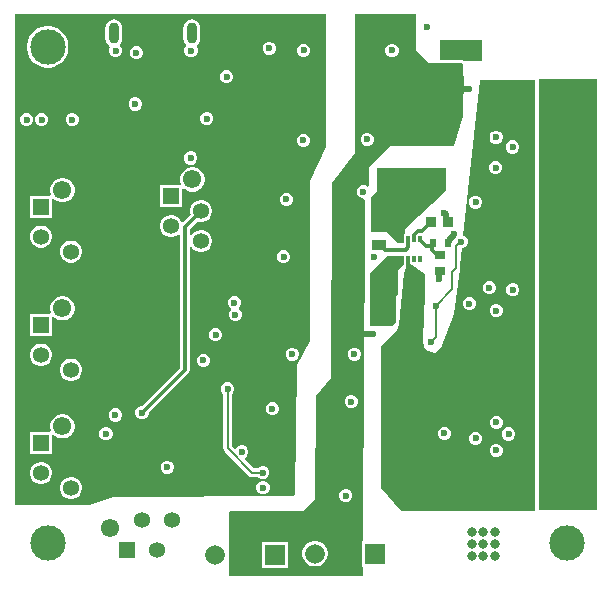
<source format=gbr>
%TF.GenerationSoftware,Altium Limited,Altium Designer,22.10.1 (41)*%
G04 Layer_Physical_Order=4*
G04 Layer_Color=16711680*
%FSLAX45Y45*%
%MOMM*%
%TF.SameCoordinates,7B7B0447-9336-45C8-9B88-AABF40CF29D0*%
%TF.FilePolarity,Positive*%
%TF.FileFunction,Copper,L4,Bot,Signal*%
%TF.Part,Single*%
G01*
G75*
%TA.AperFunction,SMDPad,CuDef*%
%ADD11R,0.95620X1.20620*%
%ADD12R,1.20620X0.95620*%
%TA.AperFunction,Conductor*%
%ADD38C,0.30000*%
%ADD39C,0.50000*%
%ADD40C,0.20000*%
%TA.AperFunction,ComponentPad*%
%ADD42R,1.35800X1.35800*%
%ADD43C,1.35800*%
%ADD44C,1.55000*%
%ADD45R,1.66500X1.66500*%
%ADD46C,1.66500*%
%ADD47R,1.35800X1.35800*%
%ADD48O,0.90000X1.80000*%
%TA.AperFunction,WasherPad*%
%ADD49C,3.00000*%
%TA.AperFunction,ViaPad*%
%ADD50C,0.60000*%
%ADD51C,0.80000*%
%ADD52C,0.50000*%
%ADD53C,1.00000*%
%TA.AperFunction,SMDPad,CuDef*%
%ADD54R,0.95814X0.91213*%
%ADD55R,0.95000X0.80000*%
%ADD56R,2.00000X1.65000*%
%ADD57R,5.60000X1.65000*%
%ADD58R,1.55395X1.70620*%
%ADD59R,0.30000X0.47500*%
%ADD60R,0.60000X0.80000*%
%ADD61R,1.40000X1.50000*%
%TA.AperFunction,Conductor*%
%ADD62C,0.90000*%
G36*
X7280000Y6980000D02*
X7126792D01*
X7125153Y6981095D01*
X7120953Y6983911D01*
X7120933Y6983915D01*
X7120916Y6983926D01*
X7115989Y6984906D01*
X7111046Y6985898D01*
X7111025Y6985894D01*
X7111005Y6985898D01*
X6920000D01*
Y7160000D01*
X7280000D01*
Y6980000D01*
D02*
G37*
G36*
X6720000Y7070000D02*
X6830000Y6960000D01*
X7111005D01*
X7119972Y6951006D01*
X7118590Y6511722D01*
X7040000Y6260000D01*
X6501532Y6258468D01*
X6329835Y6093998D01*
X6321532Y6078468D01*
X6320109Y5922013D01*
X6307361Y5916800D01*
X6304798Y5919364D01*
X6284436Y5927798D01*
X6262397D01*
X6242035Y5919364D01*
X6226451Y5903779D01*
X6218017Y5883417D01*
Y5861378D01*
X6226451Y5841016D01*
X6242035Y5825432D01*
X6262397Y5816998D01*
X6272936D01*
X6285570Y5804767D01*
X6276048Y4040491D01*
X6272355Y3356329D01*
X6271870Y3266409D01*
X6271342Y3168646D01*
X6269993Y2918650D01*
X6265350D01*
Y2701350D01*
X6265350D01*
X6268801Y2697880D01*
X6268383Y2620390D01*
X5140000D01*
Y3159657D01*
X5148989Y3168629D01*
X5761268Y3167458D01*
X5864668Y3266409D01*
X5870000Y4142986D01*
X6000000Y4300000D01*
X6010000Y5950000D01*
X6200000Y6200000D01*
Y7379609D01*
X6720000D01*
X6720000Y7070000D01*
D02*
G37*
G36*
X6976990Y6043870D02*
Y5882472D01*
X6630000Y5560617D01*
Y5519508D01*
X6614381D01*
Y5474337D01*
X6613590Y5470358D01*
Y5435371D01*
X6565145D01*
X6464949Y5535567D01*
X6334087D01*
Y5819724D01*
X6390000Y5875636D01*
Y6072781D01*
X6976990D01*
Y6043870D01*
D02*
G37*
G36*
X6614381Y5306737D02*
X6613590Y5302759D01*
Y5258913D01*
X6610439Y5250439D01*
X6570000Y5210000D01*
Y5010000D01*
X6550000Y4990000D01*
X6550033Y4772968D01*
X6550000Y4772935D01*
X6516968Y4739903D01*
X6332289Y4740000D01*
X6332289Y5188019D01*
X6474269Y5330000D01*
X6614381D01*
Y5306737D01*
D02*
G37*
G36*
X7729999Y3170000D02*
X6593420D01*
X6422806Y3365332D01*
X6423224Y3365750D01*
X6422806Y4015231D01*
X6423224Y4562883D01*
X6557432Y4701907D01*
X6578633Y4742178D01*
X6614999Y5188402D01*
X6639248Y5253608D01*
X6645181D01*
Y5331453D01*
X6664381D01*
Y5253608D01*
X6685104D01*
X6796594Y5175976D01*
X6794903Y5008498D01*
X6777620Y4621471D01*
X6790402Y4562883D01*
X6822527Y4525243D01*
X6877057Y4510007D01*
X6927578Y4546895D01*
X7036962Y4837039D01*
X7076515Y5089945D01*
X7089669Y5213288D01*
X7089942Y5213697D01*
X7092690Y5227509D01*
Y5241615D01*
X7109005Y5394600D01*
X7111020D01*
X7131381Y5403034D01*
X7146966Y5418619D01*
X7155400Y5438980D01*
Y5461020D01*
X7146966Y5481381D01*
X7131381Y5496966D01*
X7120406Y5501512D01*
X7261019Y6820040D01*
X7730000D01*
X7729999Y3170000D01*
D02*
G37*
G36*
X5959768Y6255212D02*
X5820000Y5960000D01*
Y4939070D01*
Y4610000D01*
X5710000Y4410000D01*
X5696204Y3314080D01*
X5676268Y3295231D01*
X4160000Y3290000D01*
X3950000Y3220000D01*
X3320391D01*
Y7379609D01*
X5959768D01*
Y6255212D01*
D02*
G37*
G36*
X8250000Y3180845D02*
X7760000D01*
Y6825000D01*
X8250000D01*
Y3180845D01*
D02*
G37*
%LPC*%
G36*
X6526936Y7125479D02*
X6504897D01*
X6484535Y7117045D01*
X6468950Y7101461D01*
X6460516Y7081099D01*
Y7059060D01*
X6468950Y7038698D01*
X6484535Y7023113D01*
X6504897Y7014679D01*
X6526936D01*
X6547298Y7023113D01*
X6562882Y7038698D01*
X6571316Y7059060D01*
Y7081099D01*
X6562882Y7101461D01*
X6547298Y7117045D01*
X6526936Y7125479D01*
D02*
G37*
G36*
X6315888Y6371937D02*
X6293848D01*
X6273486Y6363503D01*
X6257902Y6347918D01*
X6249468Y6327557D01*
Y6305517D01*
X6257902Y6285156D01*
X6273486Y6269571D01*
X6293848Y6261137D01*
X6315888D01*
X6336249Y6269571D01*
X6351834Y6285156D01*
X6360268Y6305517D01*
Y6327557D01*
X6351834Y6347918D01*
X6336249Y6363503D01*
X6315888Y6371937D01*
D02*
G37*
G36*
X6207800Y4553975D02*
X6185760D01*
X6165399Y4545541D01*
X6149814Y4529956D01*
X6141380Y4509594D01*
Y4487555D01*
X6149814Y4467193D01*
X6165399Y4451609D01*
X6185760Y4443175D01*
X6207800D01*
X6228162Y4451609D01*
X6243746Y4467193D01*
X6252180Y4487555D01*
Y4509594D01*
X6243746Y4529956D01*
X6228162Y4545541D01*
X6207800Y4553975D01*
D02*
G37*
G36*
X6180613Y4151291D02*
X6158574D01*
X6138212Y4142857D01*
X6122628Y4127272D01*
X6114194Y4106911D01*
Y4084871D01*
X6122628Y4064509D01*
X6138212Y4048925D01*
X6158574Y4040491D01*
X6180613D01*
X6200975Y4048925D01*
X6216559Y4064509D01*
X6224993Y4084871D01*
Y4106911D01*
X6216559Y4127272D01*
X6200975Y4142857D01*
X6180613Y4151291D01*
D02*
G37*
G36*
X6136684Y3356329D02*
X6114645D01*
X6094283Y3347895D01*
X6078699Y3332311D01*
X6070265Y3311949D01*
Y3289909D01*
X6078699Y3269548D01*
X6094283Y3253963D01*
X6114645Y3245529D01*
X6136684D01*
X6157046Y3253963D01*
X6172631Y3269548D01*
X6181065Y3289909D01*
Y3311949D01*
X6172631Y3332311D01*
X6157046Y3347895D01*
X6136684Y3356329D01*
D02*
G37*
G36*
X5880304Y2918650D02*
X5851696D01*
X5824063Y2911246D01*
X5799287Y2896942D01*
X5779058Y2876713D01*
X5764754Y2851937D01*
X5757350Y2824304D01*
Y2795696D01*
X5764754Y2768063D01*
X5779058Y2743287D01*
X5799287Y2723058D01*
X5824063Y2708754D01*
X5851696Y2701350D01*
X5880304D01*
X5907937Y2708754D01*
X5932713Y2723058D01*
X5952942Y2743287D01*
X5967246Y2768063D01*
X5974650Y2795696D01*
Y2824304D01*
X5967246Y2851937D01*
X5952942Y2876713D01*
X5932713Y2896942D01*
X5907937Y2911246D01*
X5880304Y2918650D01*
D02*
G37*
G36*
X5632650Y2908650D02*
X5415350D01*
Y2691350D01*
X5632650D01*
Y2908650D01*
D02*
G37*
G36*
X7407958Y6390505D02*
X7385919D01*
X7365557Y6382071D01*
X7349973Y6366486D01*
X7341539Y6346125D01*
Y6324085D01*
X7349973Y6303723D01*
X7365557Y6288139D01*
X7385919Y6279705D01*
X7407958D01*
X7428320Y6288139D01*
X7443904Y6303723D01*
X7452338Y6324085D01*
Y6346125D01*
X7443904Y6366486D01*
X7428320Y6382071D01*
X7407958Y6390505D01*
D02*
G37*
G36*
X7548096Y6307157D02*
X7526056D01*
X7505695Y6298723D01*
X7490110Y6283139D01*
X7481676Y6262777D01*
Y6240738D01*
X7490110Y6220376D01*
X7505695Y6204792D01*
X7526056Y6196357D01*
X7548096D01*
X7568458Y6204792D01*
X7584042Y6220376D01*
X7592476Y6240738D01*
Y6262777D01*
X7584042Y6283139D01*
X7568458Y6298723D01*
X7548096Y6307157D01*
D02*
G37*
G36*
X7403780Y6132743D02*
X7381741D01*
X7361379Y6124309D01*
X7345795Y6108725D01*
X7337360Y6088363D01*
Y6066323D01*
X7345795Y6045962D01*
X7361379Y6030377D01*
X7381741Y6021943D01*
X7403780D01*
X7424142Y6030377D01*
X7439726Y6045962D01*
X7448160Y6066323D01*
Y6088363D01*
X7439726Y6108725D01*
X7424142Y6124309D01*
X7403780Y6132743D01*
D02*
G37*
G36*
X7235927Y5840408D02*
X7213888D01*
X7193526Y5831974D01*
X7177941Y5816389D01*
X7169507Y5796028D01*
Y5773988D01*
X7177941Y5753627D01*
X7193526Y5738042D01*
X7213888Y5729608D01*
X7235927D01*
X7256289Y5738042D01*
X7271873Y5753627D01*
X7280307Y5773988D01*
Y5796028D01*
X7271873Y5816389D01*
X7256289Y5831974D01*
X7235927Y5840408D01*
D02*
G37*
G36*
X7351786Y5114513D02*
X7329747D01*
X7309385Y5106079D01*
X7293800Y5090495D01*
X7285366Y5070133D01*
Y5048093D01*
X7293800Y5027732D01*
X7309385Y5012147D01*
X7329747Y5003713D01*
X7351786D01*
X7372148Y5012147D01*
X7387732Y5027732D01*
X7396166Y5048093D01*
Y5070133D01*
X7387732Y5090495D01*
X7372148Y5106079D01*
X7351786Y5114513D01*
D02*
G37*
G36*
X7550421Y5097442D02*
X7528381D01*
X7508020Y5089008D01*
X7492435Y5073423D01*
X7484001Y5053062D01*
Y5031022D01*
X7492435Y5010660D01*
X7508020Y4995076D01*
X7528381Y4986642D01*
X7550421D01*
X7570783Y4995076D01*
X7586367Y5010660D01*
X7594801Y5031022D01*
Y5053062D01*
X7586367Y5073423D01*
X7570783Y5089008D01*
X7550421Y5097442D01*
D02*
G37*
G36*
X7183168Y4980831D02*
X7161128D01*
X7140767Y4972397D01*
X7125182Y4956812D01*
X7116748Y4936451D01*
Y4914411D01*
X7125182Y4894049D01*
X7140767Y4878465D01*
X7161128Y4870031D01*
X7183168D01*
X7203530Y4878465D01*
X7219114Y4894049D01*
X7227548Y4914411D01*
Y4936451D01*
X7219114Y4956812D01*
X7203530Y4972397D01*
X7183168Y4980831D01*
D02*
G37*
G36*
X7408064Y4922523D02*
X7386025D01*
X7365663Y4914089D01*
X7350079Y4898505D01*
X7341644Y4878143D01*
Y4856103D01*
X7350079Y4835742D01*
X7365663Y4820157D01*
X7386025Y4811723D01*
X7408064D01*
X7428426Y4820157D01*
X7444010Y4835742D01*
X7452444Y4856103D01*
Y4878143D01*
X7444010Y4898505D01*
X7428426Y4914089D01*
X7408064Y4922523D01*
D02*
G37*
G36*
X7409865Y3975290D02*
X7387825D01*
X7367463Y3966856D01*
X7351879Y3951272D01*
X7343445Y3930910D01*
Y3908871D01*
X7351879Y3888509D01*
X7367463Y3872925D01*
X7387825Y3864491D01*
X7409865D01*
X7430226Y3872925D01*
X7445811Y3888509D01*
X7454245Y3908871D01*
Y3930910D01*
X7445811Y3951272D01*
X7430226Y3966856D01*
X7409865Y3975290D01*
D02*
G37*
G36*
X6970421Y3882626D02*
X6948382D01*
X6928020Y3874192D01*
X6912436Y3858607D01*
X6904002Y3838246D01*
Y3816206D01*
X6912436Y3795844D01*
X6928020Y3780260D01*
X6948382Y3771826D01*
X6970421D01*
X6990783Y3780260D01*
X7006367Y3795844D01*
X7014802Y3816206D01*
Y3838246D01*
X7006367Y3858607D01*
X6990783Y3874192D01*
X6970421Y3882626D01*
D02*
G37*
G36*
X7514332Y3877490D02*
X7492293D01*
X7471931Y3869056D01*
X7456347Y3853472D01*
X7447912Y3833110D01*
Y3811071D01*
X7456347Y3790709D01*
X7471931Y3775125D01*
X7492293Y3766690D01*
X7514332D01*
X7534694Y3775125D01*
X7550278Y3790709D01*
X7558712Y3811071D01*
Y3833110D01*
X7550278Y3853472D01*
X7534694Y3869056D01*
X7514332Y3877490D01*
D02*
G37*
G36*
X7234504Y3839704D02*
X7212465D01*
X7192103Y3831270D01*
X7176519Y3815685D01*
X7168085Y3795324D01*
Y3773284D01*
X7176519Y3752922D01*
X7192103Y3737338D01*
X7212465Y3728904D01*
X7234504D01*
X7254866Y3737338D01*
X7270451Y3752922D01*
X7278885Y3773284D01*
Y3795324D01*
X7270451Y3815685D01*
X7254866Y3831270D01*
X7234504Y3839704D01*
D02*
G37*
G36*
X7409189Y3738178D02*
X7387150D01*
X7366788Y3729744D01*
X7351204Y3714160D01*
X7342770Y3693798D01*
Y3671758D01*
X7351204Y3651397D01*
X7366788Y3635812D01*
X7387150Y3627378D01*
X7409189D01*
X7429551Y3635812D01*
X7445135Y3651397D01*
X7453570Y3671758D01*
Y3693798D01*
X7445135Y3714160D01*
X7429551Y3729744D01*
X7409189Y3738178D01*
D02*
G37*
G36*
X5487212Y7143951D02*
X5465172D01*
X5444811Y7135517D01*
X5429226Y7119932D01*
X5420792Y7099571D01*
Y7077531D01*
X5429226Y7057169D01*
X5444811Y7041585D01*
X5465172Y7033151D01*
X5487212D01*
X5507574Y7041585D01*
X5523158Y7057169D01*
X5531592Y7077531D01*
Y7099571D01*
X5523158Y7119932D01*
X5507574Y7135517D01*
X5487212Y7143951D01*
D02*
G37*
G36*
X5777928Y7125343D02*
X5755888D01*
X5735527Y7116909D01*
X5719942Y7101324D01*
X5711508Y7080962D01*
Y7058923D01*
X5719942Y7038561D01*
X5735527Y7022977D01*
X5755888Y7014543D01*
X5777928D01*
X5798289Y7022977D01*
X5813874Y7038561D01*
X5822308Y7058923D01*
Y7080962D01*
X5813874Y7101324D01*
X5798289Y7116909D01*
X5777928Y7125343D01*
D02*
G37*
G36*
X4819625Y7332467D02*
X4801246Y7330048D01*
X4784121Y7322954D01*
X4769415Y7311670D01*
X4758130Y7296964D01*
X4751037Y7279838D01*
X4748617Y7261460D01*
Y7171460D01*
X4751037Y7153082D01*
X4758130Y7135956D01*
X4769415Y7121250D01*
X4772547Y7118847D01*
X4773378Y7106173D01*
X4767462Y7100257D01*
X4759028Y7079896D01*
Y7057856D01*
X4767462Y7037494D01*
X4783046Y7021910D01*
X4803408Y7013476D01*
X4825448D01*
X4845809Y7021910D01*
X4861394Y7037494D01*
X4869828Y7057856D01*
Y7079896D01*
X4861394Y7100257D01*
X4863343Y7116269D01*
X4869835Y7121250D01*
X4881119Y7135956D01*
X4888212Y7153082D01*
X4890632Y7171460D01*
Y7261460D01*
X4888212Y7279838D01*
X4881119Y7296964D01*
X4869835Y7311670D01*
X4855128Y7322954D01*
X4838003Y7330048D01*
X4819625Y7332467D01*
D02*
G37*
G36*
X4159626D02*
X4141248Y7330048D01*
X4124122Y7322954D01*
X4109416Y7311670D01*
X4098132Y7296964D01*
X4091038Y7279838D01*
X4088618Y7261460D01*
Y7171460D01*
X4091038Y7153082D01*
X4098132Y7135956D01*
X4109416Y7121250D01*
X4122349Y7111326D01*
X4129241Y7100257D01*
X4120807Y7079896D01*
Y7057856D01*
X4129241Y7037494D01*
X4144826Y7021910D01*
X4165187Y7013476D01*
X4187227D01*
X4207588Y7021910D01*
X4223173Y7037494D01*
X4231607Y7057856D01*
Y7079896D01*
X4223173Y7100257D01*
X4214562Y7108868D01*
X4210199Y7120300D01*
X4213716Y7126307D01*
X4221120Y7135956D01*
X4228214Y7153082D01*
X4230633Y7171460D01*
Y7261460D01*
X4228214Y7279838D01*
X4221120Y7296964D01*
X4209836Y7311670D01*
X4195130Y7322954D01*
X4178004Y7330048D01*
X4159626Y7332467D01*
D02*
G37*
G36*
X4363676Y7103748D02*
X4341636D01*
X4321274Y7095313D01*
X4305690Y7079729D01*
X4297256Y7059367D01*
Y7037328D01*
X4305690Y7016966D01*
X4321274Y7001382D01*
X4341636Y6992948D01*
X4363676D01*
X4384037Y7001382D01*
X4399622Y7016966D01*
X4408056Y7037328D01*
Y7059367D01*
X4399622Y7079729D01*
X4384037Y7095313D01*
X4363676Y7103748D01*
D02*
G37*
G36*
X3617273Y7275401D02*
X3582723D01*
X3548836Y7268660D01*
X3516915Y7255438D01*
X3488187Y7236243D01*
X3463756Y7211812D01*
X3444561Y7183084D01*
X3431339Y7151163D01*
X3424598Y7117276D01*
Y7082726D01*
X3431339Y7048839D01*
X3444561Y7016918D01*
X3463756Y6988190D01*
X3488187Y6963759D01*
X3516915Y6944564D01*
X3548836Y6931342D01*
X3582723Y6924601D01*
X3617273D01*
X3651160Y6931342D01*
X3683081Y6944564D01*
X3711809Y6963759D01*
X3736240Y6988190D01*
X3755435Y7016918D01*
X3768657Y7048839D01*
X3775398Y7082726D01*
Y7117276D01*
X3768657Y7151163D01*
X3755435Y7183084D01*
X3736240Y7211812D01*
X3711809Y7236243D01*
X3683081Y7255438D01*
X3651160Y7268660D01*
X3617273Y7275401D01*
D02*
G37*
G36*
X5127742Y6901620D02*
X5105702D01*
X5085340Y6893186D01*
X5069756Y6877601D01*
X5061322Y6857240D01*
Y6835200D01*
X5069756Y6814839D01*
X5085340Y6799254D01*
X5105702Y6790820D01*
X5127742D01*
X5148103Y6799254D01*
X5163688Y6814839D01*
X5172122Y6835200D01*
Y6857240D01*
X5163688Y6877601D01*
X5148103Y6893186D01*
X5127742Y6901620D01*
D02*
G37*
G36*
X4351966Y6671531D02*
X4329927D01*
X4309565Y6663097D01*
X4293980Y6647512D01*
X4285546Y6627151D01*
Y6605111D01*
X4293980Y6584750D01*
X4309565Y6569165D01*
X4329927Y6560731D01*
X4351966D01*
X4372328Y6569165D01*
X4387912Y6584750D01*
X4396346Y6605111D01*
Y6627151D01*
X4387912Y6647512D01*
X4372328Y6663097D01*
X4351966Y6671531D01*
D02*
G37*
G36*
X4960092Y6547111D02*
X4938052D01*
X4917691Y6538677D01*
X4902106Y6523092D01*
X4893672Y6502730D01*
Y6480691D01*
X4902106Y6460329D01*
X4917691Y6444745D01*
X4938052Y6436311D01*
X4960092D01*
X4980454Y6444745D01*
X4996038Y6460329D01*
X5004472Y6480691D01*
Y6502730D01*
X4996038Y6523092D01*
X4980454Y6538677D01*
X4960092Y6547111D01*
D02*
G37*
G36*
X3819125Y6538846D02*
X3797085D01*
X3776724Y6530412D01*
X3761139Y6514828D01*
X3752705Y6494466D01*
Y6472427D01*
X3761139Y6452065D01*
X3776724Y6436481D01*
X3797085Y6428047D01*
X3819125D01*
X3839487Y6436481D01*
X3855071Y6452065D01*
X3863505Y6472427D01*
Y6494466D01*
X3855071Y6514828D01*
X3839487Y6530412D01*
X3819125Y6538846D01*
D02*
G37*
G36*
X3561869D02*
X3539829D01*
X3519467Y6530412D01*
X3503883Y6514828D01*
X3495449Y6494466D01*
Y6472427D01*
X3503883Y6452065D01*
X3519467Y6436481D01*
X3539829Y6428047D01*
X3561869D01*
X3582230Y6436481D01*
X3597815Y6452065D01*
X3606249Y6472427D01*
Y6494466D01*
X3597815Y6514828D01*
X3582230Y6530412D01*
X3561869Y6538846D01*
D02*
G37*
G36*
X3434752Y6538841D02*
X3412712D01*
X3392351Y6530407D01*
X3376766Y6514823D01*
X3368332Y6494461D01*
Y6472422D01*
X3376766Y6452060D01*
X3392351Y6436476D01*
X3412712Y6428042D01*
X3434752D01*
X3455113Y6436476D01*
X3470698Y6452060D01*
X3479132Y6472422D01*
Y6494461D01*
X3470698Y6514823D01*
X3455113Y6530407D01*
X3434752Y6538841D01*
D02*
G37*
G36*
X5777160Y6362928D02*
X5755121D01*
X5734759Y6354494D01*
X5719174Y6338909D01*
X5710740Y6318547D01*
Y6296508D01*
X5719174Y6276146D01*
X5734759Y6260562D01*
X5755121Y6252128D01*
X5777160D01*
X5797522Y6260562D01*
X5813106Y6276146D01*
X5821540Y6296508D01*
Y6318547D01*
X5813106Y6338909D01*
X5797522Y6354494D01*
X5777160Y6362928D01*
D02*
G37*
G36*
X4824069Y6214056D02*
X4802030D01*
X4781668Y6205622D01*
X4766084Y6190038D01*
X4757650Y6169676D01*
Y6147636D01*
X4766084Y6127275D01*
X4781668Y6111690D01*
X4802030Y6103256D01*
X4824069D01*
X4844431Y6111690D01*
X4860015Y6127275D01*
X4868449Y6147636D01*
Y6169676D01*
X4860015Y6190038D01*
X4844431Y6205622D01*
X4824069Y6214056D01*
D02*
G37*
G36*
X4839547Y6079900D02*
X4812453D01*
X4786282Y6072888D01*
X4762818Y6059340D01*
X4743660Y6040182D01*
X4730112Y6016718D01*
X4723100Y5990547D01*
Y5963453D01*
X4728580Y5943000D01*
X4720680Y5930300D01*
X4552700D01*
Y5743700D01*
X4739300D01*
Y5900217D01*
X4752000Y5905477D01*
X4762818Y5894660D01*
X4786282Y5881112D01*
X4812453Y5874100D01*
X4839547D01*
X4865718Y5881112D01*
X4889182Y5894660D01*
X4908340Y5913818D01*
X4921888Y5937282D01*
X4928900Y5963453D01*
Y5990547D01*
X4921888Y6016718D01*
X4908340Y6040182D01*
X4889182Y6059340D01*
X4865718Y6072888D01*
X4839547Y6079900D01*
D02*
G37*
G36*
X3739549Y5989901D02*
X3712455D01*
X3686284Y5982889D01*
X3662820Y5969342D01*
X3643662Y5950183D01*
X3630115Y5926719D01*
X3623102Y5900548D01*
Y5873454D01*
X3628583Y5853002D01*
X3620682Y5840302D01*
X3452703D01*
Y5653701D01*
X3639303D01*
Y5810218D01*
X3652003Y5815478D01*
X3662820Y5804661D01*
X3686284Y5791114D01*
X3712455Y5784101D01*
X3739549D01*
X3765720Y5791114D01*
X3789184Y5804661D01*
X3808343Y5823819D01*
X3821890Y5847283D01*
X3828902Y5873454D01*
Y5900548D01*
X3821890Y5926719D01*
X3808343Y5950183D01*
X3789184Y5969342D01*
X3765720Y5982889D01*
X3739549Y5989901D01*
D02*
G37*
G36*
X5632309Y5864571D02*
X5610269D01*
X5589908Y5856137D01*
X5574323Y5840553D01*
X5565889Y5820191D01*
Y5798152D01*
X5574323Y5777790D01*
X5589908Y5762206D01*
X5610269Y5753772D01*
X5632309D01*
X5652671Y5762206D01*
X5668255Y5777790D01*
X5676689Y5798152D01*
Y5820191D01*
X5668255Y5840553D01*
X5652671Y5856137D01*
X5632309Y5864571D01*
D02*
G37*
G36*
X4912283Y5803300D02*
X4887717D01*
X4863987Y5796942D01*
X4842712Y5784659D01*
X4825341Y5767288D01*
X4813058Y5746013D01*
X4806700Y5722283D01*
Y5697717D01*
X4811511Y5679764D01*
X4745687Y5613941D01*
X4733420Y5617228D01*
X4732942Y5619013D01*
X4720659Y5640288D01*
X4703288Y5657659D01*
X4682013Y5669942D01*
X4658283Y5676300D01*
X4633717D01*
X4609987Y5669942D01*
X4588712Y5657659D01*
X4571341Y5640288D01*
X4559058Y5619013D01*
X4552700Y5595283D01*
Y5570717D01*
X4559058Y5546987D01*
X4571341Y5525712D01*
X4588712Y5508341D01*
X4609987Y5496058D01*
X4633717Y5489700D01*
X4658283D01*
X4682013Y5496058D01*
X4703288Y5508341D01*
X4708009Y5513062D01*
X4720709Y5507802D01*
Y4383699D01*
X4396383Y4059373D01*
X4388217D01*
X4367855Y4050939D01*
X4352271Y4035355D01*
X4343837Y4014993D01*
Y3992953D01*
X4352271Y3972592D01*
X4367855Y3957007D01*
X4388217Y3948573D01*
X4410257D01*
X4430618Y3957007D01*
X4446203Y3972592D01*
X4454637Y3992953D01*
Y4001120D01*
X4791027Y4337509D01*
X4799956Y4350873D01*
X4803091Y4366636D01*
Y5411850D01*
X4815791Y5415253D01*
X4825341Y5398712D01*
X4842712Y5381341D01*
X4863987Y5369058D01*
X4887717Y5362700D01*
X4912283D01*
X4936013Y5369058D01*
X4957288Y5381341D01*
X4974659Y5398712D01*
X4986942Y5419987D01*
X4993300Y5443717D01*
Y5468283D01*
X4986942Y5492013D01*
X4974659Y5513288D01*
X4957288Y5530659D01*
X4936013Y5542942D01*
X4912283Y5549300D01*
X4887717D01*
X4863987Y5542942D01*
X4842712Y5530659D01*
X4825341Y5513288D01*
X4815791Y5496747D01*
X4803091Y5500150D01*
Y5554838D01*
X4869764Y5621510D01*
X4887717Y5616700D01*
X4912283D01*
X4936013Y5623058D01*
X4957288Y5635341D01*
X4974659Y5652712D01*
X4986942Y5673987D01*
X4993300Y5697717D01*
Y5722283D01*
X4986942Y5746013D01*
X4974659Y5767288D01*
X4957288Y5784659D01*
X4936013Y5796942D01*
X4912283Y5803300D01*
D02*
G37*
G36*
X3558286Y5586302D02*
X3533719D01*
X3509990Y5579943D01*
X3488715Y5567660D01*
X3471344Y5550289D01*
X3459061Y5529014D01*
X3452703Y5505285D01*
Y5480718D01*
X3459061Y5456989D01*
X3471344Y5435714D01*
X3488715Y5418343D01*
X3509990Y5406060D01*
X3533719Y5399701D01*
X3558286D01*
X3582015Y5406060D01*
X3603290Y5418343D01*
X3620661Y5435714D01*
X3632944Y5456989D01*
X3639303Y5480718D01*
Y5505285D01*
X3632944Y5529014D01*
X3620661Y5550289D01*
X3603290Y5567660D01*
X3582015Y5579943D01*
X3558286Y5586302D01*
D02*
G37*
G36*
X3812286Y5459302D02*
X3787719D01*
X3763990Y5452943D01*
X3742715Y5440660D01*
X3725344Y5423289D01*
X3713061Y5402014D01*
X3706703Y5378285D01*
Y5353718D01*
X3713061Y5329989D01*
X3725344Y5308714D01*
X3742715Y5291343D01*
X3763990Y5279060D01*
X3787719Y5272701D01*
X3812286D01*
X3836015Y5279060D01*
X3857290Y5291343D01*
X3874661Y5308714D01*
X3886944Y5329989D01*
X3893303Y5353718D01*
Y5378285D01*
X3886944Y5402014D01*
X3874661Y5423289D01*
X3857290Y5440660D01*
X3836015Y5452943D01*
X3812286Y5459302D01*
D02*
G37*
G36*
X5610557Y5376992D02*
X5588518D01*
X5568156Y5368558D01*
X5552572Y5352974D01*
X5544138Y5332612D01*
Y5310572D01*
X5552572Y5290211D01*
X5568156Y5274626D01*
X5588518Y5266192D01*
X5610557D01*
X5630919Y5274626D01*
X5646504Y5290211D01*
X5654938Y5310572D01*
Y5332612D01*
X5646504Y5352974D01*
X5630919Y5368558D01*
X5610557Y5376992D01*
D02*
G37*
G36*
X3739549Y4989898D02*
X3712455D01*
X3686284Y4982886D01*
X3662820Y4969339D01*
X3643662Y4950180D01*
X3630115Y4926716D01*
X3623102Y4900545D01*
Y4873451D01*
X3628583Y4852999D01*
X3620682Y4840298D01*
X3452703D01*
Y4653698D01*
X3639303D01*
Y4810215D01*
X3652003Y4815475D01*
X3662820Y4804658D01*
X3686284Y4791111D01*
X3712455Y4784098D01*
X3739549D01*
X3765720Y4791111D01*
X3789184Y4804658D01*
X3808343Y4823816D01*
X3821890Y4847280D01*
X3828902Y4873451D01*
Y4900545D01*
X3821890Y4926716D01*
X3808343Y4950180D01*
X3789184Y4969339D01*
X3765720Y4982886D01*
X3739549Y4989898D01*
D02*
G37*
G36*
X5192525Y4990191D02*
X5170486D01*
X5150124Y4981757D01*
X5134540Y4966172D01*
X5126106Y4945811D01*
Y4923771D01*
X5134540Y4903409D01*
X5150124Y4887825D01*
X5152197Y4873220D01*
X5143016Y4864038D01*
X5134582Y4843677D01*
Y4821637D01*
X5143016Y4801275D01*
X5158601Y4785691D01*
X5178962Y4777257D01*
X5201002D01*
X5221363Y4785691D01*
X5236948Y4801275D01*
X5245382Y4821637D01*
Y4843677D01*
X5236948Y4864038D01*
X5221364Y4879622D01*
X5219290Y4894228D01*
X5228471Y4903409D01*
X5236905Y4923771D01*
Y4945811D01*
X5228471Y4966172D01*
X5212887Y4981757D01*
X5192525Y4990191D01*
D02*
G37*
G36*
X5034225Y4716971D02*
X5012186D01*
X4991824Y4708536D01*
X4976240Y4692952D01*
X4967806Y4672590D01*
Y4650551D01*
X4976240Y4630189D01*
X4991824Y4614605D01*
X5012186Y4606171D01*
X5034225D01*
X5054587Y4614605D01*
X5070171Y4630189D01*
X5078606Y4650551D01*
Y4672590D01*
X5070171Y4692952D01*
X5054587Y4708536D01*
X5034225Y4716971D01*
D02*
G37*
G36*
X5681574Y4553772D02*
X5659534D01*
X5639173Y4545338D01*
X5623588Y4529754D01*
X5615154Y4509392D01*
Y4487353D01*
X5623588Y4466991D01*
X5639173Y4451407D01*
X5659534Y4442973D01*
X5681574D01*
X5701936Y4451407D01*
X5717520Y4466991D01*
X5725954Y4487353D01*
Y4509392D01*
X5717520Y4529754D01*
X5701936Y4545338D01*
X5681574Y4553772D01*
D02*
G37*
G36*
X3558286Y4586298D02*
X3533719D01*
X3509990Y4579940D01*
X3488715Y4567657D01*
X3471344Y4550286D01*
X3459061Y4529011D01*
X3452703Y4505282D01*
Y4480715D01*
X3459061Y4456986D01*
X3471344Y4435711D01*
X3488715Y4418340D01*
X3509990Y4406056D01*
X3533719Y4399698D01*
X3558286D01*
X3582015Y4406056D01*
X3603290Y4418340D01*
X3620661Y4435711D01*
X3632944Y4456986D01*
X3639303Y4480715D01*
Y4505282D01*
X3632944Y4529011D01*
X3620661Y4550286D01*
X3603290Y4567657D01*
X3582015Y4579940D01*
X3558286Y4586298D01*
D02*
G37*
G36*
X4928775Y4500105D02*
X4906735D01*
X4886374Y4491671D01*
X4870789Y4476087D01*
X4862355Y4455725D01*
Y4433686D01*
X4870789Y4413324D01*
X4886374Y4397739D01*
X4906735Y4389305D01*
X4928775D01*
X4949136Y4397739D01*
X4964721Y4413324D01*
X4973155Y4433686D01*
Y4455725D01*
X4964721Y4476087D01*
X4949136Y4491671D01*
X4928775Y4500105D01*
D02*
G37*
G36*
X3812286Y4459298D02*
X3787719D01*
X3763990Y4452940D01*
X3742715Y4440657D01*
X3725344Y4423286D01*
X3713061Y4402011D01*
X3706703Y4378282D01*
Y4353715D01*
X3713061Y4329986D01*
X3725344Y4308711D01*
X3742715Y4291340D01*
X3763990Y4279056D01*
X3787719Y4272698D01*
X3812286D01*
X3836015Y4279056D01*
X3857290Y4291340D01*
X3874661Y4308711D01*
X3886944Y4329986D01*
X3893303Y4353715D01*
Y4378282D01*
X3886944Y4402011D01*
X3874661Y4423286D01*
X3857290Y4440657D01*
X3836015Y4452940D01*
X3812286Y4459298D01*
D02*
G37*
G36*
X5514697Y4090679D02*
X5492657D01*
X5472296Y4082245D01*
X5456711Y4066661D01*
X5448277Y4046299D01*
Y4024259D01*
X5456711Y4003898D01*
X5472296Y3988313D01*
X5492657Y3979879D01*
X5514697D01*
X5535059Y3988313D01*
X5550643Y4003898D01*
X5559077Y4024259D01*
Y4046299D01*
X5550643Y4066661D01*
X5535059Y4082245D01*
X5514697Y4090679D01*
D02*
G37*
G36*
X4185206Y4038458D02*
X4163167D01*
X4142805Y4030023D01*
X4127221Y4014439D01*
X4118787Y3994077D01*
Y3972038D01*
X4127221Y3951676D01*
X4142805Y3936092D01*
X4163167Y3927658D01*
X4185206D01*
X4205568Y3936092D01*
X4221152Y3951676D01*
X4229586Y3972038D01*
Y3994077D01*
X4221152Y4014439D01*
X4205568Y4030023D01*
X4185206Y4038458D01*
D02*
G37*
G36*
X3739549Y3989900D02*
X3712455D01*
X3686284Y3982888D01*
X3662820Y3969341D01*
X3643662Y3950182D01*
X3630115Y3926718D01*
X3623102Y3900547D01*
Y3873453D01*
X3628583Y3853001D01*
X3620682Y3840300D01*
X3452703D01*
Y3653700D01*
X3639303D01*
Y3810217D01*
X3652003Y3815477D01*
X3662820Y3804660D01*
X3686284Y3791113D01*
X3712455Y3784100D01*
X3739549D01*
X3765720Y3791113D01*
X3789184Y3804660D01*
X3808343Y3823818D01*
X3821890Y3847282D01*
X3828902Y3873453D01*
Y3900547D01*
X3821890Y3926718D01*
X3808343Y3950182D01*
X3789184Y3969341D01*
X3765720Y3982888D01*
X3739549Y3989900D01*
D02*
G37*
G36*
X4105877Y3878814D02*
X4083837D01*
X4063475Y3870380D01*
X4047891Y3854795D01*
X4039457Y3834434D01*
Y3812394D01*
X4047891Y3792032D01*
X4063475Y3776448D01*
X4083837Y3768014D01*
X4105877D01*
X4126238Y3776448D01*
X4141823Y3792032D01*
X4150257Y3812394D01*
Y3834434D01*
X4141823Y3854795D01*
X4126238Y3870380D01*
X4105877Y3878814D01*
D02*
G37*
G36*
X4622648Y3596875D02*
X4600609D01*
X4580247Y3588441D01*
X4564663Y3572857D01*
X4556229Y3552495D01*
Y3530455D01*
X4564663Y3510094D01*
X4580247Y3494509D01*
X4600609Y3486075D01*
X4622648D01*
X4643010Y3494509D01*
X4658594Y3510094D01*
X4667029Y3530455D01*
Y3552495D01*
X4658594Y3572857D01*
X4643010Y3588441D01*
X4622648Y3596875D01*
D02*
G37*
G36*
X5134922Y4258722D02*
X5112883D01*
X5092521Y4250288D01*
X5076937Y4234703D01*
X5068502Y4214342D01*
Y4192302D01*
X5076937Y4171941D01*
X5087809Y4161068D01*
Y3699463D01*
X5090556Y3685650D01*
X5098380Y3673941D01*
X5303398Y3468923D01*
X5315107Y3461099D01*
X5328920Y3458352D01*
X5380176D01*
X5391048Y3447479D01*
X5411410Y3439045D01*
X5433449D01*
X5453811Y3447479D01*
X5469395Y3463064D01*
X5477830Y3483425D01*
Y3505465D01*
X5469395Y3525827D01*
X5453811Y3541411D01*
X5433449Y3549845D01*
X5411410D01*
X5391048Y3541411D01*
X5380176Y3530539D01*
X5343870D01*
X5266629Y3607780D01*
X5269106Y3620236D01*
X5276833Y3623437D01*
X5292417Y3639021D01*
X5300851Y3659383D01*
Y3681422D01*
X5292417Y3701784D01*
X5276833Y3717368D01*
X5256471Y3725803D01*
X5234432D01*
X5214070Y3717368D01*
X5198486Y3701784D01*
X5195285Y3694057D01*
X5182829Y3691580D01*
X5159996Y3714413D01*
Y4161068D01*
X5170868Y4171941D01*
X5179302Y4192302D01*
Y4214342D01*
X5170868Y4234703D01*
X5155284Y4250288D01*
X5134922Y4258722D01*
D02*
G37*
G36*
X3558286Y3586300D02*
X3533719D01*
X3509990Y3579942D01*
X3488715Y3567659D01*
X3471344Y3550288D01*
X3459061Y3529013D01*
X3452703Y3505284D01*
Y3480717D01*
X3459061Y3456988D01*
X3471344Y3435713D01*
X3488715Y3418342D01*
X3509990Y3406058D01*
X3533719Y3399700D01*
X3558286D01*
X3582015Y3406058D01*
X3603290Y3418342D01*
X3620661Y3435713D01*
X3632944Y3456988D01*
X3639303Y3480717D01*
Y3505284D01*
X3632944Y3529013D01*
X3620661Y3550288D01*
X3603290Y3567659D01*
X3582015Y3579942D01*
X3558286Y3586300D01*
D02*
G37*
G36*
X5434738Y3424265D02*
X5412698D01*
X5392336Y3415831D01*
X5376752Y3400247D01*
X5368318Y3379885D01*
Y3357845D01*
X5376752Y3337484D01*
X5392336Y3321899D01*
X5412698Y3313465D01*
X5434738D01*
X5455099Y3321899D01*
X5470684Y3337484D01*
X5479118Y3357845D01*
Y3379885D01*
X5470684Y3400247D01*
X5455099Y3415831D01*
X5434738Y3424265D01*
D02*
G37*
G36*
X3812286Y3459300D02*
X3787719D01*
X3763990Y3452942D01*
X3742715Y3440659D01*
X3725344Y3423288D01*
X3713061Y3402013D01*
X3706703Y3378284D01*
Y3353717D01*
X3713061Y3329988D01*
X3725344Y3308713D01*
X3742715Y3291342D01*
X3763990Y3279058D01*
X3787719Y3272700D01*
X3812286D01*
X3836015Y3279058D01*
X3857290Y3291342D01*
X3874661Y3308713D01*
X3886944Y3329988D01*
X3893303Y3353717D01*
Y3378284D01*
X3886944Y3402013D01*
X3874661Y3423288D01*
X3857290Y3440659D01*
X3836015Y3452942D01*
X3812286Y3459300D01*
D02*
G37*
%LPD*%
D11*
X6692500Y5131223D02*
D03*
X6487500D02*
D03*
D12*
X6406544Y5424340D02*
D03*
Y5629339D02*
D03*
D38*
X4399237Y4003973D02*
X4761900Y4366636D01*
Y5571900D01*
X4900000Y5710000D01*
X6859806Y5430052D02*
Y5440000D01*
X6844806Y5415052D02*
X6859806Y5430052D01*
X6802380Y5415052D02*
X6844806D01*
X6755824Y5461608D02*
X6802380Y5415052D01*
X6852255Y5378373D02*
Y5433863D01*
X6754782Y5461608D02*
X6755824D01*
X6852255Y5378373D02*
X6880000Y5350628D01*
X6704781Y5470358D02*
Y5487895D01*
X6737414Y5541238D02*
X6771348D01*
X6704782Y5487896D02*
Y5508606D01*
X6737414Y5541238D01*
X6704781Y5487895D02*
X6704782Y5487896D01*
X6771348Y5541238D02*
X6814393Y5584283D01*
Y5586584D02*
X6845000Y5617190D01*
X6814393Y5584283D02*
Y5586584D01*
X6845000Y5617190D02*
X6847301D01*
X6754782Y5461608D02*
Y5470358D01*
X6654781Y5255219D02*
Y5302759D01*
X6700205Y5099435D02*
Y5209795D01*
X6654781Y5255219D02*
X6700205Y5209795D01*
Y5099435D02*
X6703507Y5096133D01*
X6654781Y5401608D02*
Y5470358D01*
X6637208Y5384035D02*
X6654781Y5401608D01*
X6459349Y5384035D02*
X6637208D01*
X6419044Y5424340D02*
X6459349Y5384035D01*
X6406544Y5424340D02*
X6419044D01*
D39*
X6905531Y5195531D02*
X6912622D01*
X6918153Y5134786D02*
Y5190000D01*
X6912622Y5195531D02*
X6918153Y5190000D01*
X6916306Y5132939D02*
X6918153Y5134786D01*
X4250006Y3550001D02*
X4312763Y3612757D01*
X3800003Y3550001D02*
X4250006D01*
X4312763Y3612757D02*
X4315469D01*
X6640000Y7090000D02*
X6642706D01*
X7029695Y6745805D02*
X7050000D01*
X6969792Y5637797D02*
X7002820D01*
X6969792D02*
Y5682021D01*
X6959600Y5692213D02*
X6969792Y5682021D01*
X6959600Y5692213D02*
Y5694919D01*
X6994806Y5462830D02*
X7041273Y5509296D01*
Y5512002D01*
X6994806Y5445161D02*
Y5462830D01*
X6994726Y5445080D02*
X6994806Y5445161D01*
X6240000Y4665819D02*
X6357214D01*
X6299388Y6434931D02*
X6442643D01*
X6482500Y6395074D01*
X7053894Y6741913D02*
X7168087D01*
X7170000Y6740000D01*
D40*
X5328920Y3494445D02*
X5422430D01*
X5123902Y3699463D02*
X5328920Y3494445D01*
X5123902Y3699463D02*
Y4203322D01*
X7025679Y5196592D02*
X7056597Y5227509D01*
Y5417420D02*
X7089176Y5450000D01*
X7056597Y5227509D02*
Y5417420D01*
X6885530Y4908217D02*
X7025679Y5048366D01*
Y5196592D01*
X7089176Y5450000D02*
X7100000D01*
X6842264Y4601963D02*
X6887467Y4647165D01*
X6885530Y4906474D02*
X6887467Y4904537D01*
Y4647165D02*
Y4904537D01*
D42*
X4646000Y5837000D02*
D03*
X3546003Y5747001D02*
D03*
Y3747000D02*
D03*
Y4746998D02*
D03*
D43*
X4900000Y5710000D02*
D03*
X4646000Y5583000D02*
D03*
X4900000Y5456000D02*
D03*
X4651000Y3096572D02*
D03*
X4524000Y2842572D02*
D03*
X4397000Y3096572D02*
D03*
X3800003Y5366001D02*
D03*
X3546003Y5493001D02*
D03*
X3800003Y5620001D02*
D03*
Y3366000D02*
D03*
X3546003Y3493000D02*
D03*
X3800003Y3620000D02*
D03*
Y4365998D02*
D03*
X3546003Y4492998D02*
D03*
X3800003Y4619998D02*
D03*
D44*
X4826000Y5977000D02*
D03*
X4130000Y3022572D02*
D03*
X3726002Y5887001D02*
D03*
Y3887000D02*
D03*
Y4886998D02*
D03*
D45*
X6374000Y2810000D02*
D03*
X5524000Y2800000D02*
D03*
D46*
X6120000Y2810000D02*
D03*
X5866000D02*
D03*
X5270000Y2800000D02*
D03*
X5016000D02*
D03*
D47*
X4270000Y2842572D02*
D03*
D48*
X4819625Y7216460D02*
D03*
X4159626D02*
D03*
D49*
X7999999Y2899999D02*
D03*
X3599998D02*
D03*
Y7100001D02*
D03*
D50*
X4399237Y4003973D02*
D03*
X7240000Y7030000D02*
D03*
X7160000D02*
D03*
Y7110000D02*
D03*
X7240000D02*
D03*
X7340766Y5059113D02*
D03*
X4813050Y6158656D02*
D03*
X5181506Y4934791D02*
D03*
X4975667Y4934061D02*
D03*
X5189982Y4832657D02*
D03*
X4949072Y6491711D02*
D03*
X5116722Y6846220D02*
D03*
X5423718Y3368865D02*
D03*
X5422430Y3494445D02*
D03*
X5123902Y4203322D02*
D03*
X5245452Y3670403D02*
D03*
X6125665Y3300929D02*
D03*
X4094857Y3823414D02*
D03*
X4611629Y3541475D02*
D03*
X6916306Y5132939D02*
D03*
X5503677Y4035279D02*
D03*
X6178031Y5588885D02*
D03*
X6169593Y4095891D02*
D03*
X6172156Y3900344D02*
D03*
X5191132Y4623935D02*
D03*
X4315469Y3622757D02*
D03*
X6640000Y7090000D02*
D03*
X5476192Y7088551D02*
D03*
X5658490Y7089964D02*
D03*
X6273416Y5872398D02*
D03*
X5621289Y5809172D02*
D03*
X5619177Y5603171D02*
D03*
X6959600Y5694919D02*
D03*
X7041273Y5512002D02*
D03*
X7100000Y5450000D02*
D03*
X6808943Y7270625D02*
D03*
X6357214Y4665819D02*
D03*
X7614266Y5962457D02*
D03*
X7610549Y6415992D02*
D03*
X7614596Y4761631D02*
D03*
X7610685Y5204371D02*
D03*
X7614266Y3546387D02*
D03*
X7611738Y4018490D02*
D03*
X6299388Y6434931D02*
D03*
X7170000Y6740000D02*
D03*
X6304868Y6316537D02*
D03*
X6366765Y5319001D02*
D03*
X7396938Y6335105D02*
D03*
X6885530Y4906474D02*
D03*
X6842264Y4601963D02*
D03*
X7224907Y5785008D02*
D03*
X7223485Y3784304D02*
D03*
X5670554Y4498373D02*
D03*
X5497421Y3880485D02*
D03*
X5766908Y7069943D02*
D03*
X5766140Y6307528D02*
D03*
X5599538Y5321592D02*
D03*
X6196780Y4498575D02*
D03*
X6515916Y7070079D02*
D03*
X7392760Y6077343D02*
D03*
X7537076Y6251757D02*
D03*
X7397044Y4867123D02*
D03*
X7539401Y5042042D02*
D03*
X7172148Y4925431D02*
D03*
X7398845Y3919891D02*
D03*
X7398170Y3682778D02*
D03*
X4174186Y3983058D02*
D03*
X5000115Y6071202D02*
D03*
X3936731Y6481933D02*
D03*
X3550849Y6483447D02*
D03*
X3808105D02*
D03*
X3423732Y6483441D02*
D03*
X5090000Y6070001D02*
D03*
X5000003Y5990001D02*
D03*
X5090000D02*
D03*
X4917755Y4444705D02*
D03*
X5023206Y4661571D02*
D03*
X4352656Y7048348D02*
D03*
X4814428Y7068876D02*
D03*
X4176207D02*
D03*
X4340946Y6616131D02*
D03*
X6959402Y3827226D02*
D03*
X7503312Y3822090D02*
D03*
D51*
X7390000Y2990000D02*
D03*
Y2890000D02*
D03*
X7190000D02*
D03*
X7290000Y2790000D02*
D03*
Y2890000D02*
D03*
X7190000Y2790000D02*
D03*
X7390000D02*
D03*
X7190000Y2990000D02*
D03*
X7290000D02*
D03*
X7170000Y3220000D02*
D03*
X7280000D02*
D03*
Y3330000D02*
D03*
X7170000D02*
D03*
X7060000D02*
D03*
X6940000D02*
D03*
Y3220000D02*
D03*
X7060000D02*
D03*
X7829225Y3800104D02*
D03*
X7830002Y3670000D02*
D03*
Y6330000D02*
D03*
Y6070001D02*
D03*
X7829225Y6200104D02*
D03*
X7830002Y5120000D02*
D03*
Y4860000D02*
D03*
X7829225Y4990104D02*
D03*
X7830002Y3930000D02*
D03*
D52*
X6378680Y5032884D02*
D03*
X7619663Y4983344D02*
D03*
X7618447Y6198345D02*
D03*
X7619827Y3803317D02*
D03*
X6375853Y5113793D02*
D03*
X6387170Y4896641D02*
D03*
Y4825097D02*
D03*
X6510000Y5300000D02*
D03*
D53*
X7997642Y6134257D02*
D03*
X7975001Y3250001D02*
D03*
X7824998D02*
D03*
X7998851Y3733780D02*
D03*
X7998831Y6269680D02*
D03*
X7999999Y4449999D02*
D03*
Y5650001D02*
D03*
X8000589Y5064262D02*
D03*
X7997276Y5536133D02*
D03*
X7998277Y3870858D02*
D03*
X7997703Y4329120D02*
D03*
X7875001Y6749999D02*
D03*
X7999999D02*
D03*
X8001528Y4933671D02*
D03*
D54*
X6847301Y5617190D02*
D03*
X6992699D02*
D03*
D55*
X6920000Y5335000D02*
D03*
Y5205000D02*
D03*
D56*
X7020000Y6773000D02*
D03*
Y7068000D02*
D03*
D57*
X6680000Y6395074D02*
D03*
Y5980074D02*
D03*
D58*
X6462388Y4860888D02*
D03*
X6677613D02*
D03*
D59*
X6754782Y5302759D02*
D03*
X6704781D02*
D03*
X6654781D02*
D03*
X6604781D02*
D03*
Y5470358D02*
D03*
X6654781D02*
D03*
X6704781D02*
D03*
X6754782D02*
D03*
D60*
X6859806Y5440000D02*
D03*
X6989806D02*
D03*
D61*
X7833482Y4027063D02*
D03*
X7643485D02*
D03*
X7833482Y3427065D02*
D03*
X7643485D02*
D03*
X7833482Y3727064D02*
D03*
X7643485D02*
D03*
X7833482Y4327068D02*
D03*
X7643485D02*
D03*
X7836891Y4614692D02*
D03*
X7646888D02*
D03*
X7836891Y4914692D02*
D03*
X7646888D02*
D03*
X7836891Y5214691D02*
D03*
X7646888D02*
D03*
X7841889Y5514691D02*
D03*
X7651887D02*
D03*
X7836891Y5803829D02*
D03*
X7646888D02*
D03*
X7836891Y6103833D02*
D03*
X7646888D02*
D03*
X7836891Y6403833D02*
D03*
X7646888D02*
D03*
X7836891Y6703832D02*
D03*
X7646888D02*
D03*
D62*
X5270000Y2800000D02*
Y2820701D01*
X6445000Y6294933D02*
Y6357574D01*
X6482500Y6395074D01*
X6680000D01*
%TF.MD5,5fe135f07aea4835ef7d99c7e4db5340*%
M02*

</source>
